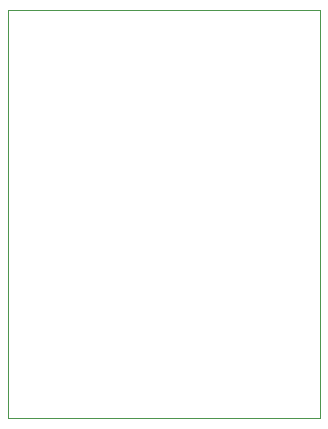
<source format=gbr>
%TF.GenerationSoftware,KiCad,Pcbnew,(5.1.9)-1*%
%TF.CreationDate,2021-03-05T23:36:06-06:00*%
%TF.ProjectId,OpeNITHM-Tower-Extenders__Right-Tower,4f70654e-4954-4484-9d2d-546f7765722d,rev?*%
%TF.SameCoordinates,Original*%
%TF.FileFunction,Profile,NP*%
%FSLAX46Y46*%
G04 Gerber Fmt 4.6, Leading zero omitted, Abs format (unit mm)*
G04 Created by KiCad (PCBNEW (5.1.9)-1) date 2021-03-05 23:36:06*
%MOMM*%
%LPD*%
G01*
G04 APERTURE LIST*
%TA.AperFunction,Profile*%
%ADD10C,0.050000*%
%TD*%
G04 APERTURE END LIST*
D10*
X62950000Y-78480000D02*
X62950000Y-43920000D01*
X89390000Y-78480000D02*
X62950000Y-78480000D01*
X89390000Y-43920000D02*
X89390000Y-78480000D01*
X62950000Y-43920000D02*
X89390000Y-43920000D01*
M02*

</source>
